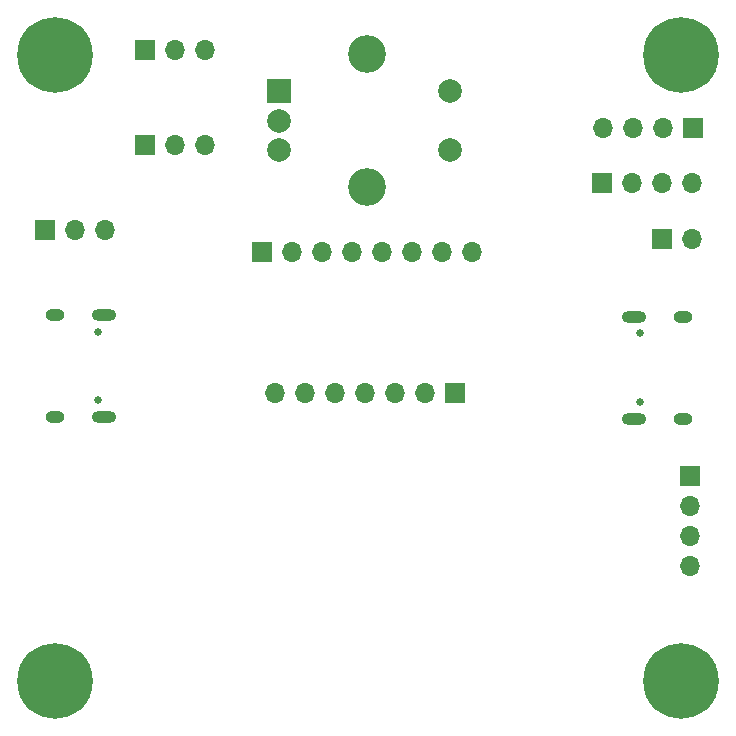
<source format=gbr>
%TF.GenerationSoftware,KiCad,Pcbnew,9.0.6*%
%TF.CreationDate,2025-12-12T18:11:39+01:00*%
%TF.ProjectId,PCB,5043422e-6b69-4636-9164-5f7063625858,rev?*%
%TF.SameCoordinates,Original*%
%TF.FileFunction,Soldermask,Bot*%
%TF.FilePolarity,Negative*%
%FSLAX46Y46*%
G04 Gerber Fmt 4.6, Leading zero omitted, Abs format (unit mm)*
G04 Created by KiCad (PCBNEW 9.0.6) date 2025-12-12 18:11:39*
%MOMM*%
%LPD*%
G01*
G04 APERTURE LIST*
%ADD10R,1.700000X1.700000*%
%ADD11O,1.700000X1.700000*%
%ADD12C,6.400000*%
%ADD13C,0.650000*%
%ADD14O,2.100000X1.000000*%
%ADD15O,1.600000X1.000000*%
%ADD16R,2.000000X2.000000*%
%ADD17C,2.000000*%
%ADD18C,3.200000*%
G04 APERTURE END LIST*
D10*
%TO.C,UART1*%
X193200000Y-117800000D03*
D11*
X193200000Y-120340000D03*
X193200000Y-122880000D03*
X193200000Y-125420000D03*
%TD*%
D12*
%TO.C,H2*%
X139500000Y-82120000D03*
%TD*%
%TO.C,H1*%
X192500000Y-82120000D03*
%TD*%
D10*
%TO.C,J2*%
X138600000Y-97000000D03*
D11*
X141140000Y-97000000D03*
X143680000Y-97000000D03*
%TD*%
D10*
%TO.C,J4*%
X157000000Y-98800000D03*
D11*
X159540000Y-98800000D03*
X162080000Y-98800000D03*
X164620000Y-98800000D03*
X167160000Y-98800000D03*
X169700000Y-98800000D03*
X172240000Y-98800000D03*
X174780000Y-98800000D03*
%TD*%
D13*
%TO.C,J3*%
X143100000Y-105610000D03*
X143100000Y-111390000D03*
D14*
X143630000Y-104180000D03*
D15*
X139450000Y-104180000D03*
D14*
X143630000Y-112820000D03*
D15*
X139450000Y-112820000D03*
%TD*%
D16*
%TO.C,SW6*%
X158400000Y-85200000D03*
D17*
X158400000Y-90200000D03*
X158400000Y-87700000D03*
D18*
X165900000Y-82100000D03*
X165900000Y-93300000D03*
D17*
X172900000Y-90200000D03*
X172900000Y-85200000D03*
%TD*%
D12*
%TO.C,H3*%
X192500000Y-135120000D03*
%TD*%
D10*
%TO.C,J10*%
X147075000Y-81700000D03*
D11*
X149615000Y-81700000D03*
X152155000Y-81700000D03*
%TD*%
D13*
%TO.C,J1*%
X189000000Y-111500000D03*
X189000000Y-105720000D03*
D14*
X188470000Y-112930000D03*
D15*
X192650000Y-112930000D03*
D14*
X188470000Y-104290000D03*
D15*
X192650000Y-104290000D03*
%TD*%
D10*
%TO.C,J7*%
X173360000Y-110800000D03*
D11*
X170820000Y-110800000D03*
X168280000Y-110800000D03*
X165740000Y-110800000D03*
X163200000Y-110800000D03*
X160660000Y-110800000D03*
X158120000Y-110800000D03*
%TD*%
D10*
%TO.C,I2C1*%
X185820000Y-93000000D03*
D11*
X188360000Y-93000000D03*
X190900000Y-93000000D03*
X193440000Y-93000000D03*
%TD*%
D10*
%TO.C,J9*%
X147075000Y-89800000D03*
D11*
X149615000Y-89800000D03*
X152155000Y-89800000D03*
%TD*%
D10*
%TO.C,J5*%
X190900000Y-97700000D03*
D11*
X193440000Y-97700000D03*
%TD*%
D10*
%TO.C,J6*%
X193480000Y-88300000D03*
D11*
X190940000Y-88300000D03*
X188400000Y-88300000D03*
X185860000Y-88300000D03*
%TD*%
D12*
%TO.C,H4*%
X139500000Y-135120000D03*
%TD*%
M02*

</source>
